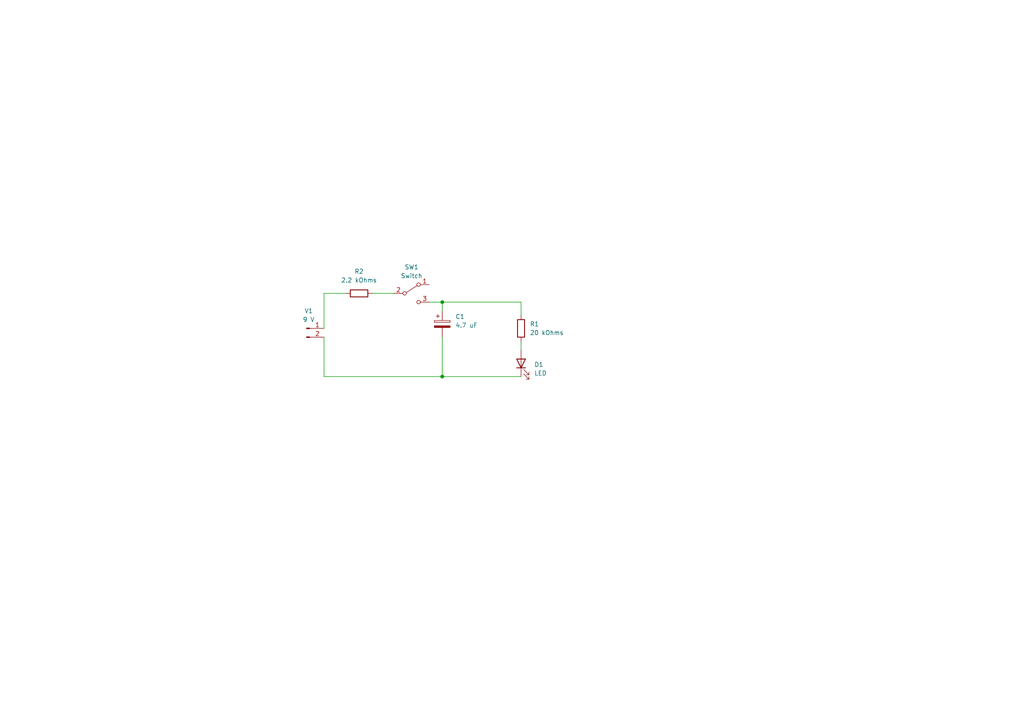
<source format=kicad_sch>
(kicad_sch (version 20211123) (generator eeschema)

  (uuid 44f62f8e-af26-4367-8dab-2c321f3c2446)

  (paper "A4")

  (lib_symbols
    (symbol "Connector:Conn_01x02_Male" (pin_names (offset 1.016) hide) (in_bom yes) (on_board yes)
      (property "Reference" "J" (id 0) (at 0 2.54 0)
        (effects (font (size 1.27 1.27)))
      )
      (property "Value" "Conn_01x02_Male" (id 1) (at 0 -5.08 0)
        (effects (font (size 1.27 1.27)))
      )
      (property "Footprint" "" (id 2) (at 0 0 0)
        (effects (font (size 1.27 1.27)) hide)
      )
      (property "Datasheet" "~" (id 3) (at 0 0 0)
        (effects (font (size 1.27 1.27)) hide)
      )
      (property "ki_keywords" "connector" (id 4) (at 0 0 0)
        (effects (font (size 1.27 1.27)) hide)
      )
      (property "ki_description" "Generic connector, single row, 01x02, script generated (kicad-library-utils/schlib/autogen/connector/)" (id 5) (at 0 0 0)
        (effects (font (size 1.27 1.27)) hide)
      )
      (property "ki_fp_filters" "Connector*:*_1x??_*" (id 6) (at 0 0 0)
        (effects (font (size 1.27 1.27)) hide)
      )
      (symbol "Conn_01x02_Male_1_1"
        (polyline
          (pts
            (xy 1.27 -2.54)
            (xy 0.8636 -2.54)
          )
          (stroke (width 0.1524) (type default) (color 0 0 0 0))
          (fill (type none))
        )
        (polyline
          (pts
            (xy 1.27 0)
            (xy 0.8636 0)
          )
          (stroke (width 0.1524) (type default) (color 0 0 0 0))
          (fill (type none))
        )
        (rectangle (start 0.8636 -2.413) (end 0 -2.667)
          (stroke (width 0.1524) (type default) (color 0 0 0 0))
          (fill (type outline))
        )
        (rectangle (start 0.8636 0.127) (end 0 -0.127)
          (stroke (width 0.1524) (type default) (color 0 0 0 0))
          (fill (type outline))
        )
        (pin passive line (at 5.08 0 180) (length 3.81)
          (name "Pin_1" (effects (font (size 1.27 1.27))))
          (number "1" (effects (font (size 1.27 1.27))))
        )
        (pin passive line (at 5.08 -2.54 180) (length 3.81)
          (name "Pin_2" (effects (font (size 1.27 1.27))))
          (number "2" (effects (font (size 1.27 1.27))))
        )
      )
    )
    (symbol "Device:C_Polarized" (pin_numbers hide) (pin_names (offset 0.254)) (in_bom yes) (on_board yes)
      (property "Reference" "C" (id 0) (at 0.635 2.54 0)
        (effects (font (size 1.27 1.27)) (justify left))
      )
      (property "Value" "C_Polarized" (id 1) (at 0.635 -2.54 0)
        (effects (font (size 1.27 1.27)) (justify left))
      )
      (property "Footprint" "" (id 2) (at 0.9652 -3.81 0)
        (effects (font (size 1.27 1.27)) hide)
      )
      (property "Datasheet" "~" (id 3) (at 0 0 0)
        (effects (font (size 1.27 1.27)) hide)
      )
      (property "ki_keywords" "cap capacitor" (id 4) (at 0 0 0)
        (effects (font (size 1.27 1.27)) hide)
      )
      (property "ki_description" "Polarized capacitor" (id 5) (at 0 0 0)
        (effects (font (size 1.27 1.27)) hide)
      )
      (property "ki_fp_filters" "CP_*" (id 6) (at 0 0 0)
        (effects (font (size 1.27 1.27)) hide)
      )
      (symbol "C_Polarized_0_1"
        (rectangle (start -2.286 0.508) (end 2.286 1.016)
          (stroke (width 0) (type default) (color 0 0 0 0))
          (fill (type none))
        )
        (polyline
          (pts
            (xy -1.778 2.286)
            (xy -0.762 2.286)
          )
          (stroke (width 0) (type default) (color 0 0 0 0))
          (fill (type none))
        )
        (polyline
          (pts
            (xy -1.27 2.794)
            (xy -1.27 1.778)
          )
          (stroke (width 0) (type default) (color 0 0 0 0))
          (fill (type none))
        )
        (rectangle (start 2.286 -0.508) (end -2.286 -1.016)
          (stroke (width 0) (type default) (color 0 0 0 0))
          (fill (type outline))
        )
      )
      (symbol "C_Polarized_1_1"
        (pin passive line (at 0 3.81 270) (length 2.794)
          (name "~" (effects (font (size 1.27 1.27))))
          (number "1" (effects (font (size 1.27 1.27))))
        )
        (pin passive line (at 0 -3.81 90) (length 2.794)
          (name "~" (effects (font (size 1.27 1.27))))
          (number "2" (effects (font (size 1.27 1.27))))
        )
      )
    )
    (symbol "Device:LED" (pin_numbers hide) (pin_names (offset 1.016) hide) (in_bom yes) (on_board yes)
      (property "Reference" "D" (id 0) (at 0 2.54 0)
        (effects (font (size 1.27 1.27)))
      )
      (property "Value" "LED" (id 1) (at 0 -2.54 0)
        (effects (font (size 1.27 1.27)))
      )
      (property "Footprint" "" (id 2) (at 0 0 0)
        (effects (font (size 1.27 1.27)) hide)
      )
      (property "Datasheet" "~" (id 3) (at 0 0 0)
        (effects (font (size 1.27 1.27)) hide)
      )
      (property "ki_keywords" "LED diode" (id 4) (at 0 0 0)
        (effects (font (size 1.27 1.27)) hide)
      )
      (property "ki_description" "Light emitting diode" (id 5) (at 0 0 0)
        (effects (font (size 1.27 1.27)) hide)
      )
      (property "ki_fp_filters" "LED* LED_SMD:* LED_THT:*" (id 6) (at 0 0 0)
        (effects (font (size 1.27 1.27)) hide)
      )
      (symbol "LED_0_1"
        (polyline
          (pts
            (xy -1.27 -1.27)
            (xy -1.27 1.27)
          )
          (stroke (width 0.254) (type default) (color 0 0 0 0))
          (fill (type none))
        )
        (polyline
          (pts
            (xy -1.27 0)
            (xy 1.27 0)
          )
          (stroke (width 0) (type default) (color 0 0 0 0))
          (fill (type none))
        )
        (polyline
          (pts
            (xy 1.27 -1.27)
            (xy 1.27 1.27)
            (xy -1.27 0)
            (xy 1.27 -1.27)
          )
          (stroke (width 0.254) (type default) (color 0 0 0 0))
          (fill (type none))
        )
        (polyline
          (pts
            (xy -3.048 -0.762)
            (xy -4.572 -2.286)
            (xy -3.81 -2.286)
            (xy -4.572 -2.286)
            (xy -4.572 -1.524)
          )
          (stroke (width 0) (type default) (color 0 0 0 0))
          (fill (type none))
        )
        (polyline
          (pts
            (xy -1.778 -0.762)
            (xy -3.302 -2.286)
            (xy -2.54 -2.286)
            (xy -3.302 -2.286)
            (xy -3.302 -1.524)
          )
          (stroke (width 0) (type default) (color 0 0 0 0))
          (fill (type none))
        )
      )
      (symbol "LED_1_1"
        (pin passive line (at -3.81 0 0) (length 2.54)
          (name "K" (effects (font (size 1.27 1.27))))
          (number "1" (effects (font (size 1.27 1.27))))
        )
        (pin passive line (at 3.81 0 180) (length 2.54)
          (name "A" (effects (font (size 1.27 1.27))))
          (number "2" (effects (font (size 1.27 1.27))))
        )
      )
    )
    (symbol "Device:R" (pin_numbers hide) (pin_names (offset 0)) (in_bom yes) (on_board yes)
      (property "Reference" "R" (id 0) (at 2.032 0 90)
        (effects (font (size 1.27 1.27)))
      )
      (property "Value" "R" (id 1) (at 0 0 90)
        (effects (font (size 1.27 1.27)))
      )
      (property "Footprint" "" (id 2) (at -1.778 0 90)
        (effects (font (size 1.27 1.27)) hide)
      )
      (property "Datasheet" "~" (id 3) (at 0 0 0)
        (effects (font (size 1.27 1.27)) hide)
      )
      (property "ki_keywords" "R res resistor" (id 4) (at 0 0 0)
        (effects (font (size 1.27 1.27)) hide)
      )
      (property "ki_description" "Resistor" (id 5) (at 0 0 0)
        (effects (font (size 1.27 1.27)) hide)
      )
      (property "ki_fp_filters" "R_*" (id 6) (at 0 0 0)
        (effects (font (size 1.27 1.27)) hide)
      )
      (symbol "R_0_1"
        (rectangle (start -1.016 -2.54) (end 1.016 2.54)
          (stroke (width 0.254) (type default) (color 0 0 0 0))
          (fill (type none))
        )
      )
      (symbol "R_1_1"
        (pin passive line (at 0 3.81 270) (length 1.27)
          (name "~" (effects (font (size 1.27 1.27))))
          (number "1" (effects (font (size 1.27 1.27))))
        )
        (pin passive line (at 0 -3.81 90) (length 1.27)
          (name "~" (effects (font (size 1.27 1.27))))
          (number "2" (effects (font (size 1.27 1.27))))
        )
      )
    )
    (symbol "Switch:SW_SPDT" (pin_names (offset 0) hide) (in_bom yes) (on_board yes)
      (property "Reference" "SW" (id 0) (at 0 4.318 0)
        (effects (font (size 1.27 1.27)))
      )
      (property "Value" "SW_SPDT" (id 1) (at 0 -5.08 0)
        (effects (font (size 1.27 1.27)))
      )
      (property "Footprint" "" (id 2) (at 0 0 0)
        (effects (font (size 1.27 1.27)) hide)
      )
      (property "Datasheet" "~" (id 3) (at 0 0 0)
        (effects (font (size 1.27 1.27)) hide)
      )
      (property "ki_keywords" "switch single-pole double-throw spdt ON-ON" (id 4) (at 0 0 0)
        (effects (font (size 1.27 1.27)) hide)
      )
      (property "ki_description" "Switch, single pole double throw" (id 5) (at 0 0 0)
        (effects (font (size 1.27 1.27)) hide)
      )
      (symbol "SW_SPDT_0_0"
        (circle (center -2.032 0) (radius 0.508)
          (stroke (width 0) (type default) (color 0 0 0 0))
          (fill (type none))
        )
        (circle (center 2.032 -2.54) (radius 0.508)
          (stroke (width 0) (type default) (color 0 0 0 0))
          (fill (type none))
        )
      )
      (symbol "SW_SPDT_0_1"
        (polyline
          (pts
            (xy -1.524 0.254)
            (xy 1.651 2.286)
          )
          (stroke (width 0) (type default) (color 0 0 0 0))
          (fill (type none))
        )
        (circle (center 2.032 2.54) (radius 0.508)
          (stroke (width 0) (type default) (color 0 0 0 0))
          (fill (type none))
        )
      )
      (symbol "SW_SPDT_1_1"
        (pin passive line (at 5.08 2.54 180) (length 2.54)
          (name "A" (effects (font (size 1.27 1.27))))
          (number "1" (effects (font (size 1.27 1.27))))
        )
        (pin passive line (at -5.08 0 0) (length 2.54)
          (name "B" (effects (font (size 1.27 1.27))))
          (number "2" (effects (font (size 1.27 1.27))))
        )
        (pin passive line (at 5.08 -2.54 180) (length 2.54)
          (name "C" (effects (font (size 1.27 1.27))))
          (number "3" (effects (font (size 1.27 1.27))))
        )
      )
    )
  )

  (junction (at 128.27 87.63) (diameter 0) (color 0 0 0 0)
    (uuid 3147e507-7e25-44b0-a88e-dd4997deadcc)
  )
  (junction (at 128.27 109.22) (diameter 0) (color 0 0 0 0)
    (uuid af69574f-afad-44a3-827f-e3eb2c19bc0c)
  )

  (wire (pts (xy 128.27 87.63) (xy 128.27 90.17))
    (stroke (width 0) (type default) (color 0 0 0 0))
    (uuid 112f3eac-f820-4b4c-a4b7-5b98fef640cd)
  )
  (wire (pts (xy 93.98 85.09) (xy 100.33 85.09))
    (stroke (width 0) (type default) (color 0 0 0 0))
    (uuid 24e963df-7fc8-4d3b-a9b7-a33aa3195f98)
  )
  (wire (pts (xy 151.13 87.63) (xy 128.27 87.63))
    (stroke (width 0) (type default) (color 0 0 0 0))
    (uuid 2852e0c1-cc37-4d76-a946-e158dfc45e7f)
  )
  (wire (pts (xy 151.13 99.06) (xy 151.13 101.6))
    (stroke (width 0) (type default) (color 0 0 0 0))
    (uuid 2f0c6fa8-1aaa-43fc-be5f-b6d1eb65ee2b)
  )
  (wire (pts (xy 107.95 85.09) (xy 114.3 85.09))
    (stroke (width 0) (type default) (color 0 0 0 0))
    (uuid 302e0c4c-1645-44fa-93e0-02c79fa1c4c9)
  )
  (wire (pts (xy 128.27 97.79) (xy 128.27 109.22))
    (stroke (width 0) (type default) (color 0 0 0 0))
    (uuid 51087d74-cd98-4675-af3f-8d1daa5f0d81)
  )
  (wire (pts (xy 151.13 91.44) (xy 151.13 87.63))
    (stroke (width 0) (type default) (color 0 0 0 0))
    (uuid 5614a79c-8b8c-4001-b238-5773a8bf8906)
  )
  (wire (pts (xy 93.98 95.25) (xy 93.98 85.09))
    (stroke (width 0) (type default) (color 0 0 0 0))
    (uuid 6930d231-38bc-40d6-bf60-6218264a8558)
  )
  (wire (pts (xy 93.98 109.22) (xy 128.27 109.22))
    (stroke (width 0) (type default) (color 0 0 0 0))
    (uuid a1a1091e-a578-4e76-a6c9-38ea48859da8)
  )
  (wire (pts (xy 124.46 87.63) (xy 128.27 87.63))
    (stroke (width 0) (type default) (color 0 0 0 0))
    (uuid be4d95e6-f74e-4892-a023-d51d4a94ee34)
  )
  (wire (pts (xy 128.27 109.22) (xy 151.13 109.22))
    (stroke (width 0) (type default) (color 0 0 0 0))
    (uuid e9e9b71d-2a40-44ce-8304-cde3b9d55e08)
  )
  (wire (pts (xy 93.98 97.79) (xy 93.98 109.22))
    (stroke (width 0) (type default) (color 0 0 0 0))
    (uuid f3e26d75-9959-411f-ab7b-373250d9ada4)
  )

  (symbol (lib_id "Device:C_Polarized") (at 128.27 93.98 0) (unit 1)
    (in_bom yes) (on_board yes) (fields_autoplaced)
    (uuid 1b782eb2-235f-4415-a4b7-da133c6a1016)
    (property "Reference" "C1" (id 0) (at 132.08 91.8209 0)
      (effects (font (size 1.27 1.27)) (justify left))
    )
    (property "Value" "4.7 uF" (id 1) (at 132.08 94.3609 0)
      (effects (font (size 1.27 1.27)) (justify left))
    )
    (property "Footprint" "" (id 2) (at 129.2352 97.79 0)
      (effects (font (size 1.27 1.27)) hide)
    )
    (property "Datasheet" "~" (id 3) (at 128.27 93.98 0)
      (effects (font (size 1.27 1.27)) hide)
    )
    (pin "1" (uuid 117ea213-1708-4968-a297-06d780da92f8))
    (pin "2" (uuid 5f94c566-feb3-4df7-99a2-f48c39f2b5dd))
  )

  (symbol (lib_id "Device:R") (at 151.13 95.25 0) (unit 1)
    (in_bom yes) (on_board yes) (fields_autoplaced)
    (uuid 3abe0e03-368d-4bc6-b217-db3e23ed8c01)
    (property "Reference" "R1" (id 0) (at 153.67 93.9799 0)
      (effects (font (size 1.27 1.27)) (justify left))
    )
    (property "Value" "20 kOhms" (id 1) (at 153.67 96.5199 0)
      (effects (font (size 1.27 1.27)) (justify left))
    )
    (property "Footprint" "" (id 2) (at 149.352 95.25 90)
      (effects (font (size 1.27 1.27)) hide)
    )
    (property "Datasheet" "~" (id 3) (at 151.13 95.25 0)
      (effects (font (size 1.27 1.27)) hide)
    )
    (pin "1" (uuid 8da5f1d5-c193-45bc-a10e-fc2f5410a4b9))
    (pin "2" (uuid 7d138373-4622-4122-81ec-fd01971e8b57))
  )

  (symbol (lib_id "Device:R") (at 104.14 85.09 270) (unit 1)
    (in_bom yes) (on_board yes) (fields_autoplaced)
    (uuid 8494bbf0-a700-4384-aa40-7556431a99bd)
    (property "Reference" "R2" (id 0) (at 104.14 78.74 90))
    (property "Value" "2.2 kOhms" (id 1) (at 104.14 81.28 90))
    (property "Footprint" "" (id 2) (at 104.14 83.312 90)
      (effects (font (size 1.27 1.27)) hide)
    )
    (property "Datasheet" "~" (id 3) (at 104.14 85.09 0)
      (effects (font (size 1.27 1.27)) hide)
    )
    (pin "1" (uuid a6b58f83-203c-4b66-bfab-1f631ad297db))
    (pin "2" (uuid 9d42a497-3764-4784-a314-ec72be088153))
  )

  (symbol (lib_id "Switch:SW_SPDT") (at 119.38 85.09 0) (unit 1)
    (in_bom yes) (on_board yes) (fields_autoplaced)
    (uuid 9a6df613-110f-47ab-ad5b-db0bd64006fd)
    (property "Reference" "SW1" (id 0) (at 119.38 77.47 0))
    (property "Value" "Switch" (id 1) (at 119.38 80.01 0))
    (property "Footprint" "" (id 2) (at 119.38 85.09 0)
      (effects (font (size 1.27 1.27)) hide)
    )
    (property "Datasheet" "~" (id 3) (at 119.38 85.09 0)
      (effects (font (size 1.27 1.27)) hide)
    )
    (pin "1" (uuid f154221f-3732-40c6-9f0f-e8851c8a5f24))
    (pin "2" (uuid 4ce61f89-81ef-4a2b-b7f7-b2ea00d492e5))
    (pin "3" (uuid 18116d75-a52c-4ad7-9d2c-b62fe8c9cd41))
  )

  (symbol (lib_id "Connector:Conn_01x02_Male") (at 88.9 95.25 0) (unit 1)
    (in_bom yes) (on_board yes) (fields_autoplaced)
    (uuid bfeae824-ff86-47d9-ad60-92c81b75188c)
    (property "Reference" "V1" (id 0) (at 89.535 90.17 0))
    (property "Value" "9 V" (id 1) (at 89.535 92.71 0))
    (property "Footprint" "" (id 2) (at 88.9 95.25 0)
      (effects (font (size 1.27 1.27)) hide)
    )
    (property "Datasheet" "~" (id 3) (at 88.9 95.25 0)
      (effects (font (size 1.27 1.27)) hide)
    )
    (pin "1" (uuid cfb43ea5-6f29-4973-999a-b3d0576bc15b))
    (pin "2" (uuid a7c270cb-495b-4688-b649-a0c2c80ddf92))
  )

  (symbol (lib_id "Device:LED") (at 151.13 105.41 90) (unit 1)
    (in_bom yes) (on_board yes) (fields_autoplaced)
    (uuid df74af7a-e333-4559-8672-b3d9201671d4)
    (property "Reference" "D1" (id 0) (at 154.94 105.7274 90)
      (effects (font (size 1.27 1.27)) (justify right))
    )
    (property "Value" "LED" (id 1) (at 154.94 108.2674 90)
      (effects (font (size 1.27 1.27)) (justify right))
    )
    (property "Footprint" "" (id 2) (at 151.13 105.41 0)
      (effects (font (size 1.27 1.27)) hide)
    )
    (property "Datasheet" "~" (id 3) (at 151.13 105.41 0)
      (effects (font (size 1.27 1.27)) hide)
    )
    (pin "1" (uuid fbe520db-aaa9-43ed-912e-af342d47f7bb))
    (pin "2" (uuid f8ff4769-da16-4a6d-9bce-0a3889996b4d))
  )

  (sheet_instances
    (path "/" (page "1"))
  )

  (symbol_instances
    (path "/1b782eb2-235f-4415-a4b7-da133c6a1016"
      (reference "C1") (unit 1) (value "4.7 uF") (footprint "")
    )
    (path "/df74af7a-e333-4559-8672-b3d9201671d4"
      (reference "D1") (unit 1) (value "LED") (footprint "")
    )
    (path "/3abe0e03-368d-4bc6-b217-db3e23ed8c01"
      (reference "R1") (unit 1) (value "20 kOhms") (footprint "")
    )
    (path "/8494bbf0-a700-4384-aa40-7556431a99bd"
      (reference "R2") (unit 1) (value "2.2 kOhms") (footprint "")
    )
    (path "/9a6df613-110f-47ab-ad5b-db0bd64006fd"
      (reference "SW1") (unit 1) (value "Switch") (footprint "")
    )
    (path "/bfeae824-ff86-47d9-ad60-92c81b75188c"
      (reference "V1") (unit 1) (value "9 V") (footprint "")
    )
  )
)

</source>
